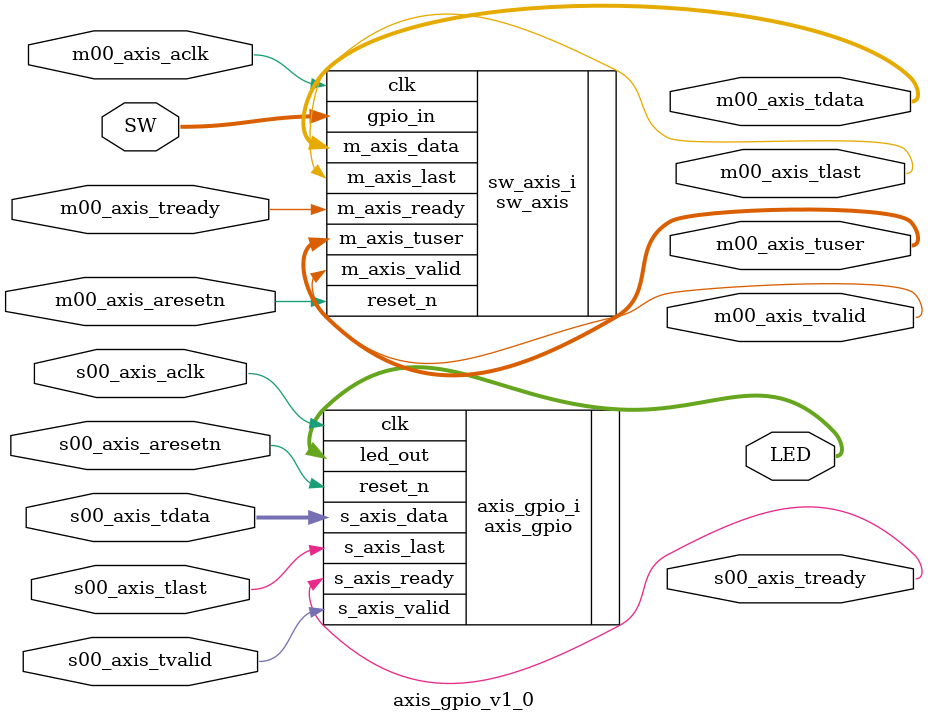
<source format=sv>

`timescale 1 ns / 1 ps


module axis_gpio_v1_0 #
  (
    parameter			      PREFIX_CHARS = 31,
    parameter			      POSTFIX_CHARS = 0,
    parameter [(8*PREFIX_CHARS)-1:0]  PREFIX_STRING = "SWITCHES CHANGED! NEW VALUE: 0x",
    parameter [(8*POSTFIX_CHARS)-1:0] POSTFIX_STRING = "",
    parameter			      GPIO_WIDTH = 2,
    parameter			      AXI_OUT_WIDTH = 8,
    parameter			      INCLUDE_CRLF = 1,
    parameter			      BYTE_START = 31,
    parameter			      AXI_WIDTH = 8
   )
   (

    // Switches
    input [GPIO_WIDTH-1:0]	SW,
      
    // LED
    output [GPIO_WIDTH-1:0]	LED,
   
    // Ports of Axi slave interface (M_AXIS -> LEDs)
    input wire		s00_axis_aclk,
    input wire		s00_axis_aresetn,
    output wire		s00_axis_tready,
    input wire [7 : 0]	s00_axis_tdata,
    input wire		s00_axis_tlast,
    input wire		s00_axis_tvalid,

    // Ports of Axi Master interface(SW -> S_AXIS)
    input wire		m00_axis_aclk,
    input wire		m00_axis_aresetn,
    output wire		m00_axis_tvalid,
    output wire [7 : 0]	m00_axis_tdata,
    output wire		m00_axis_tlast,
    output wire [11:0]  m00_axis_tuser,
    input wire		m00_axis_tready
    );

   
   
   // M_AXIS -> LEDs
   // No backpressure support
   // This module slices out bytes in the axi stream from the given location
   // and drives them on the LEDS
   axis_gpio  
     #(
       .BYTE_START(BYTE_START),
       .GPIO_WIDTH(GPIO_WIDTH),
       .AXI_WIDTH(AXI_WIDTH)
       
       )
     axis_gpio_i
     (
      .clk(s00_axis_aclk),
      .reset_n(s00_axis_aresetn),
      
      .s_axis_data(s00_axis_tdata),
      .s_axis_last(s00_axis_tlast),
      .s_axis_valid(s00_axis_tvalid),
      .s_axis_ready(s00_axis_tready),

      .led_out(LED)
      
      );
   

   // SW -> S_AXIS
   // Creates an AXIS master from an input gpio pin
   // This appends prefix/postfix ASCII caracters to the input SW values
   
   sw_axis
     #(
       .PREFIX_CHARS(PREFIX_CHARS),
       .POSTFIX_CHARS(POSTFIX_CHARS),
       .PREFIX_STRING(PREFIX_STRING),
       .POSTFIX_STRING(POSTFIX_STRING),
       .GPIO_WIDTH(GPIO_WIDTH),
       .AXI_OUT_WIDTH(AXI_OUT_WIDTH),
       .INCLUDE_CRLF(INCLUDE_CRLF)
       )
     sw_axis_i
     (
      .clk(m00_axis_aclk),
      .reset_n(m00_axis_aresetn),

      .gpio_in(SW),
      
      .m_axis_data(m00_axis_tdata),
      .m_axis_last(m00_axis_tlast),
      .m_axis_tuser(m00_axis_tuser),
      .m_axis_valid(m00_axis_tvalid),
      .m_axis_ready(m00_axis_tready)

      );
   
endmodule

</source>
